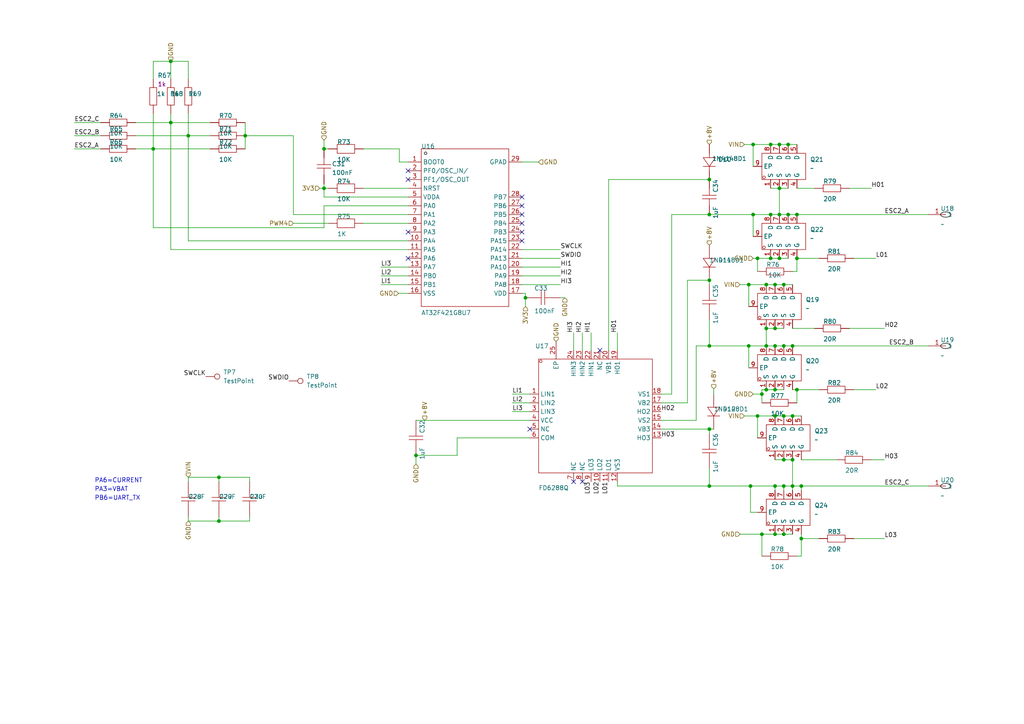
<source format=kicad_sch>
(kicad_sch (version 20250114) (generator "eeschema") (generator_version "9.0")
  (paper "A4")
  (lib_symbols
    (symbol "2_P2-altium-import:root_0_100nf_" (pin_numbers (hide yes)) (pin_names (hide yes))
      (symbol "root_0_100nf__1_0"
        (pin passive line (at -5.08 0 0) (length 2.54) (name "1") (number "1"))
        (pin passive line (at 5.08 0 180) (length 2.54) (name "2") (number "2"))
      )
    )
    (symbol "2_P2-altium-import:root_0_10k_" (pin_numbers (hide yes)) (pin_names (hide yes))
      (symbol "root_0_10k__1_0"
        (pin passive line (at -5.08 0 0) (length 2.54) (name "1") (number "1"))
        (pin passive line (at 5.08 0 180) (length 2.54) (name "2") (number "2"))
      )
    )
    (symbol "2_P2-altium-import:root_0_AT32F421G8U7_"
      (symbol "root_0_AT32F421G8U7__1_0"
        (pin passive line (at -3.81 41.91 0) (length 3.81) (name "BOOT0") (number "1"))
        (pin passive line (at -3.81 39.37 0) (length 3.81) (name "PF0/OSC_IN/") (number "2"))
        (pin passive line (at -3.81 36.83 0) (length 3.81) (name "PF1/OSC_OUT") (number "3"))
        (pin passive line (at -3.81 34.29 0) (length 3.81) (name "NRST") (number "4"))
        (pin passive line (at -3.81 31.75 0) (length 3.81) (name "VDDA") (number "5"))
        (pin passive line (at -3.81 29.21 0) (length 3.81) (name "PA0") (number "6"))
        (pin passive line (at -3.81 26.67 0) (length 3.81) (name "PA1") (number "7"))
        (pin passive line (at -3.81 24.13 0) (length 3.81) (name "PA2") (number "8"))
        (pin passive line (at -3.81 21.59 0) (length 3.81) (name "PA3") (number "9"))
        (pin passive line (at -3.81 19.05 0) (length 3.81) (name "PA4") (number "10"))
        (pin passive line (at -3.81 16.51 0) (length 3.81) (name "PA5") (number "11"))
        (pin passive line (at -3.81 13.97 0) (length 3.81) (name "PA6") (number "12"))
        (pin passive line (at -3.81 11.43 0) (length 3.81) (name "PA7") (number "13"))
        (pin passive line (at -3.81 8.89 0) (length 3.81) (name "PB0") (number "14"))
        (pin passive line (at -3.81 6.35 0) (length 3.81) (name "PB1") (number "15"))
        (pin passive line (at -3.81 3.81 0) (length 3.81) (name "VSS") (number "16"))
        (pin passive line (at 29.21 41.91 180) (length 3.81) (name "GPAD") (number "29"))
        (pin passive line (at 29.21 31.75 180) (length 3.81) (name "PB7") (number "28"))
        (pin passive line (at 29.21 29.21 180) (length 3.81) (name "PB6") (number "27"))
        (pin passive line (at 29.21 26.67 180) (length 3.81) (name "PB5") (number "26"))
        (pin passive line (at 29.21 24.13 180) (length 3.81) (name "PB4") (number "25"))
        (pin passive line (at 29.21 21.59 180) (length 3.81) (name "PB3") (number "24"))
        (pin passive line (at 29.21 19.05 180) (length 3.81) (name "PA15") (number "23"))
        (pin passive line (at 29.21 16.51 180) (length 3.81) (name "PA14") (number "22"))
        (pin passive line (at 29.21 13.97 180) (length 3.81) (name "PA13") (number "21"))
        (pin passive line (at 29.21 11.43 180) (length 3.81) (name "PA10") (number "20"))
        (pin passive line (at 29.21 8.89 180) (length 3.81) (name "PA9") (number "19"))
        (pin passive line (at 29.21 6.35 180) (length 3.81) (name "PA8") (number "18"))
        (pin passive line (at 29.21 3.81 180) (length 3.81) (name "VDD") (number "17"))
      )
    )
    (symbol "2_P2-altium-import:root_0_ESC焊盘_"
      (symbol "root_0_ESC焊盘__1_0"
        (pin passive line (at -5.08 0 0) (length 5.08) (name "1") (number "1"))
      )
    )
    (symbol "2_P2-altium-import:root_0_FD6288Q_3_"
      (symbol "root_0_FD6288Q_3__1_0"
        (pin passive line (at -19.05 6.35 0) (length 2.54) (name "LIN1") (number "1"))
        (pin passive line (at -19.05 3.81 0) (length 2.54) (name "LIN2") (number "2"))
        (pin passive line (at -19.05 1.27 0) (length 2.54) (name "LIN3") (number "3"))
        (pin passive line (at -19.05 -1.27 0) (length 2.54) (name "VCC") (number "4"))
        (pin passive line (at -19.05 -3.81 0) (length 2.54) (name "NC") (number "5"))
        (pin passive line (at -19.05 -6.35 0) (length 2.54) (name "COM") (number "6"))
        (pin passive line (at -11.43 21.59 270) (length 5.08) (name "EP") (number "25"))
        (pin passive line (at -6.35 19.05 270) (length 2.54) (name "HIN3") (number "24"))
        (pin passive line (at -6.35 -19.05 90) (length 2.54) (name "NC") (number "7"))
        (pin passive line (at -3.81 19.05 270) (length 2.54) (name "HIN2") (number "23"))
        (pin passive line (at -3.81 -19.05 90) (length 2.54) (name "NC") (number "8"))
        (pin passive line (at -1.27 19.05 270) (length 2.54) (name "HIN1") (number "22"))
        (pin passive line (at -1.27 -19.05 90) (length 2.54) (name "LO3") (number "9"))
        (pin passive line (at 1.27 19.05 270) (length 2.54) (name "NC") (number "21"))
        (pin passive line (at 1.27 -19.05 90) (length 2.54) (name "LO2") (number "10"))
        (pin passive line (at 3.81 19.05 270) (length 2.54) (name "VB1") (number "20"))
        (pin passive line (at 3.81 -19.05 90) (length 2.54) (name "LO1") (number "11"))
        (pin passive line (at 6.35 19.05 270) (length 2.54) (name "HO1") (number "19"))
        (pin passive line (at 6.35 -19.05 90) (length 2.54) (name "VS3") (number "12"))
        (pin passive line (at 19.05 6.35 180) (length 2.54) (name "VS1") (number "18"))
        (pin passive line (at 19.05 3.81 180) (length 2.54) (name "VB2") (number "17"))
        (pin passive line (at 19.05 1.27 180) (length 2.54) (name "HO2") (number "16"))
        (pin passive line (at 19.05 -1.27 180) (length 2.54) (name "VS2") (number "15"))
        (pin passive line (at 19.05 -3.81 180) (length 2.54) (name "VB3") (number "14"))
        (pin passive line (at 19.05 -6.35 180) (length 2.54) (name "HO3") (number "13"))
      )
    )
    (symbol "2_P2-altium-import:root_0_R0201_3_" (pin_numbers (hide yes)) (pin_names (hide yes))
      (symbol "root_0_R0201_3__1_0"
        (pin passive line (at -5.08 0 0) (length 2.54) (name "1") (number "1"))
        (pin passive line (at 5.08 0 180) (length 2.54) (name "2") (number "2"))
      )
    )
    (symbol "2_P2-altium-import:root_0_R0402_" (pin_numbers (hide yes)) (pin_names (hide yes))
      (symbol "root_0_R0402__1_0"
        (pin passive line (at -5.08 0 0) (length 2.54) (name "1") (number "1"))
        (pin passive line (at 5.08 0 180) (length 2.54) (name "2") (number "2"))
      )
    )
    (symbol "2_P2-altium-import:root_1_100nf_" (pin_numbers (hide yes)) (pin_names (hide yes))
      (symbol "root_1_100nf__1_0"
        (pin passive line (at 0 5.08 270) (length 2.54) (name "2") (number "2"))
        (pin passive line (at 0 -5.08 90) (length 2.54) (name "1") (number "1"))
      )
    )
    (symbol "2_P2-altium-import:root_1_CAP_0805_" (pin_numbers (hide yes)) (pin_names (hide yes))
      (symbol "root_1_CAP_0805__1_0"
        (pin passive line (at 0 5.08 270) (length 2.54) (name "2") (number "2"))
        (pin passive line (at 0 -5.08 90) (length 2.54) (name "1") (number "1"))
      )
    )
    (symbol "2_P2-altium-import:root_1_R0201_3_" (pin_numbers (hide yes)) (pin_names (hide yes))
      (symbol "root_1_R0201_3__1_0"
        (pin passive line (at 0 5.08 270) (length 2.54) (name "2") (number "2"))
        (pin passive line (at 0 -5.08 90) (length 2.54) (name "1") (number "1"))
      )
    )
    (symbol "2_P2-altium-import:root_1_SED3080M_"
      (symbol "root_1_SED3080M__1_0"
        (pin passive line (at -8.89 0 0) (length 2.54) (name "EP") (number "9"))
        (pin passive line (at -3.81 6.35 270) (length 2.54) (name "D") (number "8"))
        (pin passive line (at -3.81 -6.35 90) (length 2.54) (name "S") (number "1"))
        (pin passive line (at -1.27 6.35 270) (length 2.54) (name "D") (number "7"))
        (pin passive line (at -1.27 -6.35 90) (length 2.54) (name "S") (number "2"))
        (pin passive line (at 1.27 6.35 270) (length 2.54) (name "D") (number "6"))
        (pin passive line (at 1.27 -6.35 90) (length 2.54) (name "S") (number "3"))
        (pin passive line (at 3.81 6.35 270) (length 2.54) (name "D") (number "5"))
        (pin passive line (at 3.81 -6.35 90) (length 2.54) (name "G") (number "4"))
      )
    )
    (symbol "2_P2-altium-import:root_1_TPBT4448-1006_" (pin_numbers (hide yes)) (pin_names (hide yes))
      (symbol "root_1_TPBT4448-1006__1_0"
        (pin passive line (at 0 5.08 270) (length 2.54) (name "A") (number "2"))
        (pin passive line (at 0 -5.08 90) (length 2.54) (name "K") (number "1"))
      )
    )
    (symbol "2_P2-altium-import:root_2_1k_" (pin_numbers (hide yes)) (pin_names (hide yes))
      (symbol "root_2_1k__1_0"
        (pin passive line (at -5.08 0 0) (length 2.54) (name "2") (number "2"))
        (pin passive line (at 5.08 0 180) (length 2.54) (name "1") (number "1"))
      )
    )
    (symbol "2_P2-altium-import:root_3_C0402_" (pin_numbers (hide yes)) (pin_names (hide yes))
      (symbol "root_3_C0402__1_0"
        (pin passive line (at 0 5.08 270) (length 2.54) (name "1") (number "1"))
        (pin passive line (at 0 -5.08 90) (length 2.54) (name "2") (number "2"))
      )
    )
    (symbol "Connector:TestPoint" (pin_numbers (hide yes)) (pin_names (offset 0.762) (hide yes))
      (property "Reference" "TP" (at 0 6.858 0))
      (property "Value" "TestPoint" (at 0 5.08 0))
      (symbol "TestPoint_1_1"
        (pin passive line (at 0 0 90) (length 2.54) (name "1") (number "1"))
      )
    )
  )
  (text "PB6=UART_TX" (at 27.432 145.288 0) (effects (font (size 1.27 1.27)) (justify left bottom)))
  (text "PA6=CURRENT" (at 27.432 140.208 0) (effects (font (size 1.27 1.27)) (justify left bottom)))
  (text "PA3=VBAT" (at 27.432 142.748 0) (effects (font (size 1.27 1.27)) (justify left bottom)))
  (junction (at 227.33 133.35))
  (junction (at 120.65 132.08))
  (junction (at 224.79 95.25))
  (junction (at 205.74 62.23))
  (junction (at 205.74 100.33))
  (junction (at 49.53 35.56))
  (junction (at 227.33 100.33))
  (junction (at 223.52 74.93))
  (junction (at 224.79 140.97))
  (junction (at 232.41 156.21))
  (junction (at 205.74 52.07))
  (junction (at 219.71 74.93))
  (junction (at 231.14 74.93))
  (junction (at 231.14 113.03))
  (junction (at 223.52 41.91))
  (junction (at 205.74 124.46))
  (junction (at 71.12 39.37))
  (junction (at 222.25 113.03))
  (junction (at 227.33 120.65))
  (junction (at 63.5 138.43))
  (junction (at 220.98 154.94))
  (junction (at 217.17 100.33))
  (junction (at 217.17 82.55))
  (junction (at 220.98 114.3))
  (junction (at 44.45 43.18))
  (junction (at 224.79 82.55))
  (junction (at 217.678 140.97))
  (junction (at 205.74 81.28))
  (junction (at 49.53 17.78))
  (junction (at 93.98 54.61))
  (junction (at 226.06 54.61))
  (junction (at 224.79 113.03))
  (junction (at 224.79 154.94))
  (junction (at 228.6 41.91))
  (junction (at 227.33 140.97))
  (junction (at 224.79 120.65))
  (junction (at 232.41 140.97))
  (junction (at 223.52 62.23))
  (junction (at 229.87 133.35))
  (junction (at 229.87 120.65))
  (junction (at 229.87 140.97))
  (junction (at 226.06 62.23))
  (junction (at 226.06 74.93))
  (junction (at 229.87 100.33))
  (junction (at 227.33 82.55))
  (junction (at 63.5 151.13))
  (junction (at 219.71 120.65))
  (junction (at 231.14 62.23))
  (junction (at 222.25 82.55))
  (junction (at 226.06 41.91))
  (junction (at 218.44 62.23))
  (junction (at 227.33 154.94))
  (junction (at 152.4 86.36))
  (junction (at 218.44 41.91))
  (junction (at 222.25 100.33))
  (junction (at 228.6 62.23))
  (junction (at 93.98 43.18))
  (junction (at 205.74 140.97))
  (junction (at 54.61 39.37))
  (junction (at 224.79 100.33))
  (junction (at 222.25 95.25))
  (no_connect (at 118.364 49.53))
  (no_connect (at 151.384 67.31))
  (no_connect (at 151.384 62.23))
  (no_connect (at 151.384 57.15))
  (no_connect (at 173.99 101.6))
  (no_connect (at 118.364 67.31))
  (no_connect (at 153.67 124.46))
  (no_connect (at 168.91 139.7))
  (no_connect (at 151.384 64.77))
  (no_connect (at 151.384 59.69))
  (no_connect (at 151.384 69.85))
  (no_connect (at 166.37 139.7))
  (no_connect (at 118.364 52.07))
  (no_connect (at 118.364 74.93))
  (wire (pts (xy 54.61 151.13) (xy 54.61 149.86)))
  (wire (pts (xy 218.44 74.93) (xy 219.71 74.93)))
  (wire (pts (xy 224.79 82.55) (xy 227.33 82.55)))
  (wire (pts (xy 115.824 43.18) (xy 105.41 43.18)))
  (wire (pts (xy 44.45 43.18) (xy 60.96 43.18)))
  (wire (pts (xy 151.384 82.55) (xy 162.56 82.55)))
  (wire (pts (xy 148.59 116.84) (xy 153.67 116.84)))
  (wire (pts (xy 60.96 35.56) (xy 49.53 35.56)))
  (wire (pts (xy 205.74 124.46) (xy 207.01 124.46)))
  (wire (pts (xy 54.61 138.43) (xy 54.61 139.7)))
  (wire (pts (xy 54.61 17.78) (xy 49.53 17.78)))
  (wire (pts (xy 153.67 127) (xy 132.588 127)))
  (wire (pts (xy 227.33 120.65) (xy 229.87 120.65)))
  (wire (pts (xy 54.61 33.02) (xy 54.61 39.37)))
  (wire (pts (xy 247.65 156.21) (xy 256.54 156.21)))
  (wire (pts (xy 44.45 33.02) (xy 44.45 43.18)))
  (wire (pts (xy 215.9 120.65) (xy 219.71 120.65)))
  (wire (pts (xy 110.49 80.01) (xy 118.364 80.01)))
  (wire (pts (xy 39.37 39.37) (xy 54.61 39.37)))
  (wire (pts (xy 217.678 148.59) (xy 219.71 148.59)))
  (wire (pts (xy 191.77 116.84) (xy 199.39 116.84)))
  (wire (pts (xy 218.44 48.26) (xy 218.44 41.91)))
  (wire (pts (xy 105.41 64.77) (xy 118.364 64.77)))
  (wire (pts (xy 118.364 69.85) (xy 54.61 69.85)))
  (wire (pts (xy 229.87 133.35) (xy 229.87 140.97)))
  (wire (pts (xy 201.93 121.92) (xy 201.93 100.33)))
  (wire (pts (xy 217.678 140.97) (xy 224.79 140.97)))
  (wire (pts (xy 93.98 54.61) (xy 95.25 54.61)))
  (wire (pts (xy 205.74 125.73) (xy 205.74 124.46)))
  (wire (pts (xy 49.53 17.78) (xy 49.53 22.86)))
  (wire (pts (xy 218.44 62.23) (xy 218.44 68.58)))
  (wire (pts (xy 205.74 92.71) (xy 205.74 100.33)))
  (wire (pts (xy 120.65 134.62) (xy 120.65 132.08)))
  (wire (pts (xy 120.65 132.08) (xy 132.588 132.08)))
  (wire (pts (xy 231.14 113.03) (xy 231.14 116.84)))
  (wire (pts (xy 232.41 140.97) (xy 269.24 140.97)))
  (wire (pts (xy 168.91 96.52) (xy 168.91 101.6)))
  (wire (pts (xy 151.384 72.39) (xy 162.56 72.39)))
  (wire (pts (xy 199.39 81.28) (xy 199.39 116.84)))
  (wire (pts (xy 93.98 59.69) (xy 118.364 59.69)))
  (wire (pts (xy 29.21 39.37) (xy 21.59 39.37)))
  (wire (pts (xy 105.41 54.61) (xy 118.364 54.61)))
  (wire (pts (xy 232.41 161.29) (xy 231.14 161.29)))
  (wire (pts (xy 227.33 100.33) (xy 229.87 100.33)))
  (wire (pts (xy 223.52 62.23) (xy 226.06 62.23)))
  (wire (pts (xy 227.33 82.55) (xy 229.87 82.55)))
  (wire (pts (xy 218.44 41.91) (xy 223.52 41.91)))
  (wire (pts (xy 227.33 133.35) (xy 229.87 133.35)))
  (wire (pts (xy 115.824 46.99) (xy 115.824 43.18)))
  (wire (pts (xy 247.65 74.93) (xy 254 74.93)))
  (wire (pts (xy 115.57 85.09) (xy 118.364 85.09)))
  (wire (pts (xy 132.588 132.08) (xy 132.588 127)))
  (wire (pts (xy 232.41 156.21) (xy 237.49 156.21)))
  (wire (pts (xy 85.09 39.37) (xy 71.12 39.37)))
  (wire (pts (xy 93.98 57.15) (xy 118.364 57.15)))
  (wire (pts (xy 229.87 95.25) (xy 236.22 95.25)))
  (wire (pts (xy 54.61 151.13) (xy 63.5 151.13)))
  (wire (pts (xy 228.6 54.61) (xy 226.06 54.61)))
  (wire (pts (xy 222.25 82.55) (xy 224.79 82.55)))
  (wire (pts (xy 63.5 138.43) (xy 72.39 138.43)))
  (wire (pts (xy 247.65 113.03) (xy 254 113.03)))
  (wire (pts (xy 201.93 100.33) (xy 205.74 100.33)))
  (wire (pts (xy 93.98 43.18) (xy 95.25 43.18)))
  (wire (pts (xy 232.41 140.97) (xy 232.41 142.24)))
  (wire (pts (xy 110.49 82.55) (xy 118.364 82.55)))
  (wire (pts (xy 224.79 100.33) (xy 227.33 100.33)))
  (wire (pts (xy 163.83 86.36) (xy 162.56 86.36)))
  (wire (pts (xy 71.12 39.37) (xy 70.866 39.37)))
  (wire (pts (xy 205.74 100.33) (xy 217.17 100.33)))
  (wire (pts (xy 220.98 154.94) (xy 220.98 161.29)))
  (wire (pts (xy 54.61 138.43) (xy 63.5 138.43)))
  (wire (pts (xy 171.45 101.6) (xy 171.45 96.52)))
  (wire (pts (xy 21.59 43.18) (xy 29.21 43.18)))
  (wire (pts (xy 223.52 74.93) (xy 226.06 74.93)))
  (wire (pts (xy 222.25 95.25) (xy 224.79 95.25)))
  (wire (pts (xy 224.79 113.03) (xy 227.33 113.03)))
  (wire (pts (xy 191.77 121.92) (xy 201.93 121.92)))
  (wire (pts (xy 229.87 120.65) (xy 232.41 120.65)))
  (wire (pts (xy 214.63 154.94) (xy 220.98 154.94)))
  (wire (pts (xy 217.17 88.9) (xy 217.17 82.55)))
  (wire (pts (xy 49.53 17.78) (xy 44.45 17.78)))
  (wire (pts (xy 217.678 140.97) (xy 217.678 148.59)))
  (wire (pts (xy 93.98 66.04) (xy 44.45 66.04)))
  (wire (pts (xy 207.01 112.776) (xy 207.01 114.3)))
  (wire (pts (xy 226.06 41.91) (xy 228.6 41.91)))
  (wire (pts (xy 205.74 62.23) (xy 218.44 62.23)))
  (wire (pts (xy 228.6 62.23) (xy 231.14 62.23)))
  (wire (pts (xy 152.4 85.09) (xy 152.4 86.36)))
  (wire (pts (xy 191.77 114.3) (xy 194.818 114.3)))
  (wire (pts (xy 224.79 95.25) (xy 227.33 95.25)))
  (wire (pts (xy 231.14 113.03) (xy 237.49 113.03)))
  (wire (pts (xy 93.98 40.64) (xy 93.98 43.18)))
  (wire (pts (xy 223.52 41.91) (xy 226.06 41.91)))
  (wire (pts (xy 222.25 113.03) (xy 224.79 113.03)))
  (wire (pts (xy 215.9 41.91) (xy 218.44 41.91)))
  (wire (pts (xy 218.44 114.3) (xy 220.98 114.3)))
  (wire (pts (xy 231.14 62.23) (xy 269.24 62.23)))
  (wire (pts (xy 227.33 140.97) (xy 224.79 140.97)))
  (wire (pts (xy 49.53 35.56) (xy 49.53 72.39)))
  (wire (pts (xy 229.87 140.97) (xy 229.87 142.24)))
  (wire (pts (xy 227.33 120.65) (xy 224.79 120.65)))
  (wire (pts (xy 217.17 82.55) (xy 222.25 82.55)))
  (wire (pts (xy 219.71 74.93) (xy 223.52 74.93)))
  (wire (pts (xy 49.53 35.56) (xy 49.53 33.02)))
  (wire (pts (xy 231.14 54.61) (xy 236.22 54.61)))
  (wire (pts (xy 229.87 78.74) (xy 231.14 78.74)))
  (wire (pts (xy 222.25 100.33) (xy 224.79 100.33)))
  (wire (pts (xy 219.71 120.65) (xy 219.71 127)))
  (wire (pts (xy 179.07 96.52) (xy 179.07 101.6)))
  (wire (pts (xy 217.17 100.33) (xy 217.17 106.68)))
  (wire (pts (xy 205.74 81.28) (xy 205.74 82.55)))
  (wire (pts (xy 219.71 120.65) (xy 224.79 120.65)))
  (wire (pts (xy 205.74 135.89) (xy 205.74 140.97)))
  (wire (pts (xy 176.53 52.07) (xy 176.53 101.6)))
  (wire (pts (xy 224.79 140.97) (xy 224.79 142.24)))
  (wire (pts (xy 44.45 43.18) (xy 44.45 66.04)))
  (wire (pts (xy 54.61 39.37) (xy 60.96 39.37)))
  (wire (pts (xy 151.384 74.93) (xy 162.56 74.93)))
  (wire (pts (xy 220.98 154.94) (xy 224.79 154.94)))
  (wire (pts (xy 228.6 41.91) (xy 231.14 41.91)))
  (wire (pts (xy 71.12 39.37) (xy 71.12 35.56)))
  (wire (pts (xy 191.77 124.46) (xy 205.74 124.46)))
  (wire (pts (xy 218.44 62.23) (xy 223.52 62.23)))
  (wire (pts (xy 226.06 74.93) (xy 228.6 74.93)))
  (wire (pts (xy 232.41 140.97) (xy 229.87 140.97)))
  (wire (pts (xy 49.53 35.56) (xy 39.37 35.56)))
  (wire (pts (xy 246.38 54.61) (xy 252.73 54.61)))
  (wire (pts (xy 44.45 17.78) (xy 44.45 22.86)))
  (wire (pts (xy 93.98 53.34) (xy 93.98 54.61)))
  (wire (pts (xy 151.384 46.99) (xy 156.21 46.99)))
  (wire (pts (xy 179.07 140.97) (xy 205.74 140.97)))
  (wire (pts (xy 220.98 114.3) (xy 220.98 116.84)))
  (wire (pts (xy 222.25 95.25) (xy 222.25 100.33)))
  (wire (pts (xy 148.59 119.38) (xy 153.67 119.38)))
  (wire (pts (xy 224.79 133.35) (xy 227.33 133.35)))
  (wire (pts (xy 227.33 154.94) (xy 224.79 154.94)))
  (wire (pts (xy 205.74 140.97) (xy 217.678 140.97)))
  (wire (pts (xy 226.06 54.61) (xy 223.52 54.61)))
  (wire (pts (xy 151.384 77.47) (xy 162.56 77.47)))
  (wire (pts (xy 148.59 114.3) (xy 153.67 114.3)))
  (wire (pts (xy 227.33 140.97) (xy 227.33 142.24)))
  (wire (pts (xy 71.12 43.18) (xy 71.12 39.37)))
  (wire (pts (xy 214.63 82.55) (xy 217.17 82.55)))
  (wire (pts (xy 110.49 77.47) (xy 118.364 77.47)))
  (wire (pts (xy 232.41 156.21) (xy 232.41 161.29)))
  (wire (pts (xy 246.38 95.25) (xy 256.54 95.25)))
  (wire (pts (xy 232.41 154.94) (xy 232.41 156.21)))
  (wire (pts (xy 166.37 96.52) (xy 166.37 101.6)))
  (wire (pts (xy 226.06 54.61) (xy 226.06 62.23)))
  (wire (pts (xy 93.98 54.61) (xy 93.98 57.15)))
  (wire (pts (xy 93.98 59.69) (xy 93.98 66.04)))
  (wire (pts (xy 63.5 149.86) (xy 63.5 151.13)))
  (wire (pts (xy 152.4 85.09) (xy 151.384 85.09)))
  (wire (pts (xy 229.87 113.03) (xy 231.14 113.03)))
  (wire (pts (xy 199.39 81.28) (xy 205.74 81.28)))
  (wire (pts (xy 118.364 62.23) (xy 85.09 62.23)))
  (wire (pts (xy 217.17 100.33) (xy 222.25 100.33)))
  (wire (pts (xy 118.364 72.39) (xy 49.53 72.39)))
  (wire (pts (xy 120.65 121.92) (xy 153.67 121.92)))
  (wire (pts (xy 194.818 62.23) (xy 194.818 114.3)))
  (wire (pts (xy 256.54 133.35) (xy 252.73 133.35)))
  (wire (pts (xy 226.06 62.23) (xy 228.6 62.23)))
  (wire (pts (xy 72.39 138.43) (xy 72.39 139.7)))
  (wire (pts (xy 229.87 140.97) (xy 227.33 140.97)))
  (wire (pts (xy 93.98 54.61) (xy 92.71 54.61)))
  (wire (pts (xy 229.87 100.33) (xy 269.24 100.33)))
  (wire (pts (xy 194.818 62.23) (xy 205.74 62.23)))
  (wire (pts (xy 54.61 17.78) (xy 54.61 22.86)))
  (wire (pts (xy 44.45 43.18) (xy 39.37 43.18)))
  (wire (pts (xy 222.25 113.03) (xy 220.98 113.03)))
  (wire (pts (xy 54.61 39.37) (xy 54.61 69.85)))
  (wire (pts (xy 176.53 52.07) (xy 205.74 52.07)))
  (wire (pts (xy 63.5 138.43) (xy 63.5 139.7)))
  (wire (pts (xy 63.5 151.13) (xy 72.39 151.13)))
  (wire (pts (xy 220.98 113.03) (xy 220.98 114.3)))
  (wire (pts (xy 231.14 78.74) (xy 231.14 74.93)))
  (wire (pts (xy 118.364 46.99) (xy 115.824 46.99)))
  (wire (pts (xy 72.39 151.13) (xy 72.39 149.86)))
  (wire (pts (xy 152.4 86.36) (xy 152.4 88.9)))
  (wire (pts (xy 85.09 64.77) (xy 95.25 64.77)))
  (wire (pts (xy 219.71 74.93) (xy 219.71 78.74)))
  (wire (pts (xy 231.14 74.93) (xy 237.49 74.93)))
  (wire (pts (xy 85.09 62.23) (xy 85.09 39.37)))
  (wire (pts (xy 232.41 133.35) (xy 242.57 133.35)))
  (wire (pts (xy 179.07 139.7) (xy 179.07 140.97)))
  (wire (pts (xy 21.59 35.56) (xy 29.21 35.56)))
  (wire (pts (xy 229.87 154.94) (xy 227.33 154.94)))
  (wire (pts (xy 151.384 80.01) (xy 162.56 80.01)))
  (label "LI3" (at 110.49 77.47 0))
  (label "SWCLK" (at 162.56 72.39 0))
  (label "H02" (at 191.77 119.38 0))
  (label "L01" (at 254 74.93 0))
  (label "HI2" (at 168.91 96.52 90))
  (label "HI3" (at 166.37 96.52 90))
  (label "ESC2_A" (at 21.59 43.18 0))
  (label "HI3" (at 162.56 82.55 0))
  (label "ESC2_B" (at 21.59 39.37 0))
  (label "HI1" (at 162.56 77.47 0))
  (label "L03" (at 256.54 156.21 0))
  (label "ESC2_A" (at 256.54 62.23 0))
  (label "ESC2_C" (at 21.59 35.56 0))
  (label "LI1" (at 110.49 82.55 0))
  (label "LI3" (at 148.59 119.38 0))
  (label "H02" (at 256.54 95.25 0))
  (label "L02" (at 254 113.03 0))
  (label "LI1" (at 148.59 114.3 0))
  (label "H01" (at 252.73 54.61 0))
  (label "HI2" (at 162.56 80.01 0))
  (label "LI2" (at 148.59 116.84 0))
  (label "L03" (at 171.45 139.7 270))
  (label "LI2" (at 110.49 80.01 0))
  (label "ESC2_B" (at 257.81 100.33 0))
  (label "SWCLK" (at 59.69 109.22 180))
  (label "L02" (at 173.99 139.7 270))
  (label "SWDIO" (at 162.56 74.93 0))
  (label "L01" (at 176.53 139.7 270))
  (label "H03" (at 256.54 133.35 0))
  (label "HI1" (at 171.45 96.52 90))
  (label "SWDIO" (at 83.82 110.49 180))
  (label "H01" (at 179.07 96.52 90))
  (label "ESC2_C" (at 256.54 140.97 0))
  (label "H03" (at 191.77 127 0))
  (hierarchical_label "GND" (shape input) (at 156.21 46.99 0))
  (hierarchical_label "+8V" (shape input) (at 205.74 71.12 90))
  (hierarchical_label "3V3" (shape input) (at 92.71 54.61 180))
  (hierarchical_label "VIN" (shape input) (at 215.9 120.65 180))
  (hierarchical_label "GND" (shape input) (at 115.57 85.09 180))
  (hierarchical_label "+8V" (shape input) (at 207.01 112.776 90))
  (hierarchical_label "GND" (shape input) (at 93.98 40.64 90))
  (hierarchical_label "+8V" (shape input) (at 205.74 41.91 90))
  (hierarchical_label "GND" (shape input) (at 161.29 99.06 90))
  (hierarchical_label "GND" (shape input) (at 120.65 134.62 270))
  (hierarchical_label "+8V" (shape input) (at 123.19 121.92 90))
  (hierarchical_label "GND" (shape input) (at 163.83 86.36 270))
  (hierarchical_label "GND" (shape input) (at 218.44 114.3 180))
  (hierarchical_label "VIN" (shape input) (at 54.61 138.43 90))
  (hierarchical_label "VIN" (shape input) (at 215.9 41.91 180))
  (hierarchical_label "GND" (shape input) (at 218.44 74.93 180))
  (hierarchical_label "PWM4" (shape input) (at 85.09 64.77 180))
  (hierarchical_label "GND" (shape input) (at 214.63 154.94 180))
  (hierarchical_label "GND" (shape input) (at 49.53 17.78 90))
  (hierarchical_label "3V3" (shape input) (at 152.4 88.9 270))
  (hierarchical_label "GND" (shape input) (at 54.61 151.13 270))
  (hierarchical_label "VIN" (shape input) (at 214.63 82.55 180))
  (symbol (lib_id "2_P2-altium-import:root_3_C0402_") (at 120.65 127 0) (unit 1)
    (property "Reference" "C32" (at 123.19 125.73 90) (effects (justify left bottom)))
    (property "Value" "1uF" (at 123.19 133.35 90) (effects (justify left bottom)))
    (property "Footprint" "lcsc:C0201" (effects (hide yes)))
    (property "SYMBOL" "CapAcitance_1" (effects (hide yes)))
    (property "DEVICE" "C0402" (effects (hide yes)))
    (property "CONVERT TO PCB" "yes" (effects (hide yes)))
    (property "ADD INTO BOM" "yes" (effects (hide yes)))
    (property "SUPPLIER FOOTPRINT" "0402" (effects (hide yes)))
    (property "ALTIUM_VALUE" "1uF" (effects (hide yes)))
    (property "SUPPLIER PART" "C76935" (effects (hide yes)))
    (property "CHECK" "false" (effects (hide yes)))
  )
  (symbol (lib_id "2_P2-altium-import:root_1_TPBT4448-1006_") (at 205.74 46.99 0) (unit 1)
    (property "Reference" "D10" (at 208.28 46.99 0) (effects (justify left bottom)))
    (property "Value" "1N4148D1" (at 206.502 46.736 0) (effects (justify left bottom)))
    (property "Footprint" "lcsc:DFN1006-2L-RD" (effects (hide yes)))
    (property "SYMBOL" "TPBT4448-1006" (effects (hide yes)))
    (property "DEVICE" "TPBT4448-1006" (effects (hide yes)))
    (property "SUPPLIER PART" "C970035" (effects (hide yes)))
    (property "ADD INTO BOM" "yes" (effects (hide yes)))
    (property "CONVERT TO PCB" "yes" (effects (hide yes)))
    (property "POWER DISSIPATION" "-" (effects (hide yes)))
    (property "OPERATING TEMPERATURE" "-" (effects (hide yes)))
  )
  (symbol (lib_id "2_P2-altium-import:root_0_R0201_3_") (at 34.29 35.56 0) (unit 1)
    (property "Reference" "R64" (at 31.75 34.29 0) (effects (justify left bottom)))
    (property "Value" "10K" (at 31.75 39.37 0) (effects (justify left bottom)))
    (property "Footprint" "lcsc:R0201" (effects (hide yes)))
    (property "SYMBOL" "电阻_2" (effects (hide yes)))
    (property "DEVICE" "R0201_3" (effects (hide yes)))
    (property "CONVERT TO PCB" "yes" (effects (hide yes)))
    (property "ADD INTO BOM" "yes" (effects (hide yes)))
    (property "SUPPLIER FOOTPRINT" "0201" (effects (hide yes)))
    (property "ALTIUM_VALUE" "10K" (effects (hide yes)))
    (property "CHECK" "false" (effects (hide yes)))
  )
  (symbol (lib_id "2_P2-altium-import:root_1_R0201_3_") (at 44.45 27.94 0) (unit 1)
    (property "Reference" "R67" (at 45.72 22.606 0) (effects (justify left bottom)))
    (property "Value" "1k" (at 45.466 27.94 0) (effects (justify left bottom)))
    (property "Footprint" "lcsc:R0201" (effects (hide yes)))
    (property "SYMBOL" "电阻_2" (effects (hide yes)))
    (property "DEVICE" "R0201_3" (effects (hide yes)))
    (property "CONVERT TO PCB" "yes" (effects (hide yes)))
    (property "ADD INTO BOM" "yes" (effects (hide yes)))
    (property "SUPPLIER FOOTPRINT" "0201" (effects (hide yes)))
    (property "ALTIUM_VALUE" "1k" (at 45.72 25.146 0) (effects (justify left bottom)))
    (property "CHECK" "false" (effects (hide yes)))
  )
  (symbol (lib_id "2_P2-altium-import:root_1_CAP_0805_") (at 63.5 144.78 0) (unit 1)
    (property "Reference" "C29" (at 63.5 144.78 0) (effects (justify left bottom)))
    (property "Value" "22uF" (at 63.5 144.78 0) (effects (justify left bottom)))
    (property "Footprint" "lcsc:C0805" (effects (hide yes)))
    (property "SYMBOL" "CapAcitance_1" (effects (hide yes)))
    (property "DEVICE" "CAP_0805" (effects (hide yes)))
    (property "CONVERT TO PCB" "yes" (effects (hide yes)))
    (property "ADD INTO BOM" "yes" (effects (hide yes)))
    (property "SUPPLIER FOOTPRINT" "0805" (effects (hide yes)))
    (property "ALTIUM_VALUE" "22uF" (effects (hide yes)))
  )
  (symbol (lib_id "2_P2-altium-import:root_3_C0402_") (at 205.74 57.15 0) (unit 1)
    (property "Reference" "C34" (at 208.28 55.88 90) (effects (justify left bottom)))
    (property "Value" "1uF" (at 208.28 63.5 90) (effects (justify left bottom)))
    (property "Footprint" "lcsc:C0201" (effects (hide yes)))
    (property "SYMBOL" "CapAcitance_1" (effects (hide yes)))
    (property "DEVICE" "C0402" (effects (hide yes)))
    (property "CONVERT TO PCB" "yes" (effects (hide yes)))
    (property "ADD INTO BOM" "yes" (effects (hide yes)))
    (property "SUPPLIER FOOTPRINT" "0402" (effects (hide yes)))
    (property "ALTIUM_VALUE" "1uF" (effects (hide yes)))
    (property "CHECK" "false" (effects (hide yes)))
  )
  (symbol (lib_id "2_P2-altium-import:root_1_CAP_0805_") (at 72.39 144.78 0) (unit 1)
    (property "Reference" "C30" (at 72.39 144.78 0) (effects (justify left bottom)))
    (property "Value" "22uF" (at 72.39 144.78 0) (effects (justify left bottom)))
    (property "Footprint" "lcsc:C0805" (effects (hide yes)))
    (property "SYMBOL" "CapAcitance_1" (effects (hide yes)))
    (property "DEVICE" "CAP_0805" (effects (hide yes)))
    (property "CONVERT TO PCB" "yes" (effects (hide yes)))
    (property "ADD INTO BOM" "yes" (effects (hide yes)))
    (property "SUPPLIER FOOTPRINT" "0805" (effects (hide yes)))
    (property "ALTIUM_VALUE" "22uF" (effects (hide yes)))
  )
  (symbol (lib_id "2_P2-altium-import:root_0_10k_") (at 100.33 43.18 0) (unit 1)
    (property "Reference" "R73" (at 97.79 41.91 0) (effects (justify left bottom)))
    (property "Value" "10K" (at 97.79 46.99 0) (effects (justify left bottom)))
    (property "Footprint" "lcsc:R0201" (effects (hide yes)))
    (property "SYMBOL" "10k" (effects (hide yes)))
    (property "DEVICE" "10k" (effects (hide yes)))
    (property "CONVERT TO PCB" "yes" (effects (hide yes)))
    (property "ADD INTO BOM" "yes" (effects (hide yes)))
    (property "ORIGIN FOOTPRINT" "0402-RSE" (effects (hide yes)))
    (property "NAMEALIAS" "Value(Ω)" (effects (hide yes)))
    (property "CONTRIBUTOR" "LCEDA_Lib" (effects (hide yes)))
    (property "SPICEPRE" "R" (effects (hide yes)))
    (property "SPICESYMBOLNAME" "R_0402_EU" (effects (hide yes)))
  )
  (symbol (lib_id "2_P2-altium-import:root_0_R0402_") (at 242.57 156.21 0) (unit 1)
    (property "Reference" "R83" (at 240.03 154.94 0) (effects (justify left bottom)))
    (property "Value" "20R" (at 240.03 160.02 0) (effects (justify left bottom)))
    (property "Footprint" "lcsc:R0201" (effects (hide yes)))
    (property "SYMBOL" "电阻_2" (effects (hide yes)))
    (property "DEVICE" "R0402" (effects (hide yes)))
    (property "ADD INTO BOM" "yes" (effects (hide yes)))
    (property "CONVERT TO PCB" "yes" (effects (hide yes)))
    (property "SUPPLIER FOOTPRINT" "0402" (effects (hide yes)))
    (property "ALTIUM_VALUE" "20R" (effects (hide yes)))
    (property "CHECK" "false" (effects (hide yes)))
  )
  (symbol (lib_id "2_P2-altium-import:root_0_R0402_") (at 242.57 74.93 0) (unit 1)
    (property "Reference" "R81" (at 240.03 73.66 0) (effects (justify left bottom)))
    (property "Value" "20R" (at 240.03 78.74 0) (effects (justify left bottom)))
    (property "Footprint" "lcsc:R0201" (effects (hide yes)))
    (property "SYMBOL" "电阻_2" (effects (hide yes)))
    (property "DEVICE" "R0402" (effects (hide yes)))
    (property "ADD INTO BOM" "yes" (effects (hide yes)))
    (property "CONVERT TO PCB" "yes" (effects (hide yes)))
    (property "SUPPLIER FOOTPRINT" "0402" (effects (hide yes)))
    (property "ALTIUM_VALUE" "20R" (effects (hide yes)))
    (property "CHECK" "false" (effects (hide yes)))
  )
  (symbol (lib_id "2_P2-altium-import:root_1_SED3080M_") (at 227.33 48.26 0) (unit 1)
    (property "Reference" "Q21" (at 234.95 46.99 0) (effects (justify left bottom)))
    (property "Value" "~" (at 234.95 49.53 0) (effects (justify left bottom)))
    (property "Footprint" "lcsc:DFN-8_L3.0-W3.0-P0.65-BL" (effects (hide yes)))
    (property "SYMBOL" "SED3080M" (effects (hide yes)))
    (property "DEVICE" "SED3080M" (effects (hide yes)))
    (property "LCSC PART NAME" "N沟道 30V 80A" (effects (hide yes)))
    (property "SUPPLIER PART" "C17702946" (effects (hide yes)))
    (property "SUPPLIER FOOTPRINT" "DFN 3x3" (effects (hide yes)))
    (property "JLCPCB PART CLASS" "扩展库" (effects (hide yes)))
    (property "DATASHEET" "https://atta.szlcsc.com/upload/public/pdf/source/20180713/C238667_532A6CBA57821AB07A742C5DFB205B0F.pdf" (effects (hide yes)))
    (property "ADD INTO BOM" "yes" (effects (hide yes)))
    (property "CONVERT TO PCB" "yes" (effects (hide yes)))
    (property "TYPE" "N沟道" (effects (hide yes)))
    (property "DRAIN SOURCE VOLTAGE (VDSS)" "30V" (effects (hide yes)))
    (property "CONTINUOUS DRAIN CURRENT (ID)" "80A" (effects (hide yes)))
    (property "POWER DISSIPATION (PD)" "83W" (effects (hide yes)))
    (property "DRAIN SOURCE ON RESISTANCE (RDS(ON)@VGS,ID)" "6.5mΩ@10V,25A" (effects (hide yes)))
    (property "GATE THRESHOLD VOLTAGE (VGS(TH)@ID)" "3V@250uA" (effects (hide yes)))
    (property "CHECK" "false" (effects (hide yes)))
  )
  (symbol (lib_id "2_P2-altium-import:root_2_1k_") (at 100.33 64.77 0) (unit 1)
    (property "Reference" "R75" (at 97.79 63.5 0) (effects (justify left bottom)))
    (property "Value" "1K" (at 97.79 68.58 0) (effects (justify left bottom)))
    (property "Footprint" "lcsc:R0201" (effects (hide yes)))
    (property "SYMBOL" "1k" (effects (hide yes)))
    (property "DEVICE" "1k" (effects (hide yes)))
    (property "CONVERT TO PCB" "yes" (effects (hide yes)))
    (property "ADD INTO BOM" "yes" (effects (hide yes)))
    (property "ORIGIN FOOTPRINT" "0402-RSE" (effects (hide yes)))
    (property "NAMEALIAS" "Value(Ω)" (effects (hide yes)))
    (property "CONTRIBUTOR" "LCEDA_Lib" (effects (hide yes)))
    (property "SPICEPRE" "R" (effects (hide yes)))
    (property "SPICESYMBOLNAME" "R_0402_EU" (effects (hide yes)))
  )
  (symbol (lib_id "2_P2-altium-import:root_1_SED3080M_") (at 227.33 68.58 0) (unit 1)
    (property "Reference" "Q22" (at 234.95 67.31 0) (effects (justify left bottom)))
    (property "Value" "~" (at 234.95 69.85 0) (effects (justify left bottom)))
    (property "Footprint" "lcsc:DFN-8_L3.0-W3.0-P0.65-BL" (effects (hide yes)))
    (property "SYMBOL" "SED3080M" (effects (hide yes)))
    (property "DEVICE" "SED3080M" (effects (hide yes)))
    (property "LCSC PART NAME" "N沟道 30V 80A" (effects (hide yes)))
    (property "SUPPLIER PART" "C17702946" (effects (hide yes)))
    (property "SUPPLIER FOOTPRINT" "DFN 3x3" (effects (hide yes)))
    (property "JLCPCB PART CLASS" "扩展库" (effects (hide yes)))
    (property "DATASHEET" "https://atta.szlcsc.com/upload/public/pdf/source/20180713/C238667_532A6CBA57821AB07A742C5DFB205B0F.pdf" (effects (hide yes)))
    (property "ADD INTO BOM" "yes" (effects (hide yes)))
    (property "CONVERT TO PCB" "yes" (effects (hide yes)))
    (property "TYPE" "N沟道" (effects (hide yes)))
    (property "DRAIN SOURCE VOLTAGE (VDSS)" "30V" (effects (hide yes)))
    (property "CONTINUOUS DRAIN CURRENT (ID)" "80A" (effects (hide yes)))
    (property "POWER DISSIPATION (PD)" "83W" (effects (hide yes)))
    (property "DRAIN SOURCE ON RESISTANCE (RDS(ON)@VGS,ID)" "6.5mΩ@10V,25A" (effects (hide yes)))
    (property "GATE THRESHOLD VOLTAGE (VGS(TH)@ID)" "3V@250uA" (effects (hide yes)))
    (property "CHECK" "false" (effects (hide yes)))
  )
  (symbol (lib_id "2_P2-altium-import:root_1_100nf_") (at 93.98 48.26 0) (unit 1)
    (property "Reference" "C31" (at 96.266 48.26 0) (effects (justify left bottom)))
    (property "Value" "100nF" (at 96.266 50.8 0) (effects (justify left bottom)))
    (property "Footprint" "lcsc:C0201" (effects (hide yes)))
    (property "SYMBOL" "100nf" (effects (hide yes)))
    (property "DEVICE" "100nf" (effects (hide yes)))
    (property "CONVERT TO PCB" "yes" (effects (hide yes)))
    (property "ADD INTO BOM" "yes" (effects (hide yes)))
    (property "ORIGIN FOOTPRINT" "0402-CAP" (effects (hide yes)))
    (property "NAMEALIAS" "Value(F)" (effects (hide yes)))
    (property "CONTRIBUTOR" "LCEDA_Lib" (effects (hide yes)))
    (property "SPICEPRE" "C" (effects (hide yes)))
    (property "SPICESYMBOLNAME" "C_0603_US" (effects (hide yes)))
  )
  (symbol (lib_id "2_P2-altium-import:root_1_TPBT4448-1006_") (at 205.74 76.2 0) (unit 1)
    (property "Reference" "D11" (at 208.28 76.2 0) (effects (justify left bottom)))
    (property "Value" "1N4148D1" (at 205.74 76.2 0) (effects (justify left bottom)))
    (property "Footprint" "lcsc:DFN1006-2L-RD" (effects (hide yes)))
    (property "SYMBOL" "TPBT4448-1006" (effects (hide yes)))
    (property "DEVICE" "TPBT4448-1006" (effects (hide yes)))
    (property "SUPPLIER PART" "C970035" (effects (hide yes)))
    (property "ADD INTO BOM" "yes" (effects (hide yes)))
    (property "CONVERT TO PCB" "yes" (effects (hide yes)))
    (property "POWER DISSIPATION" "-" (effects (hide yes)))
    (property "OPERATING TEMPERATURE" "-" (effects (hide yes)))
  )
  (symbol (lib_id "2_P2-altium-import:root_0_R0201_3_") (at 66.04 43.18 0) (unit 1)
    (property "Reference" "R72" (at 63.5 41.91 0) (effects (justify left bottom)))
    (property "Value" "10K" (at 63.5 46.99 0) (effects (justify left bottom)))
    (property "Footprint" "lcsc:R0201" (effects (hide yes)))
    (property "SYMBOL" "电阻_2" (effects (hide yes)))
    (property "DEVICE" "R0201_3" (effects (hide yes)))
    (property "CONVERT TO PCB" "yes" (effects (hide yes)))
    (property "ADD INTO BOM" "yes" (effects (hide yes)))
    (property "SUPPLIER FOOTPRINT" "0201" (effects (hide yes)))
    (property "ALTIUM_VALUE" "10K" (effects (hide yes)))
    (property "CHECK" "false" (effects (hide yes)))
  )
  (symbol (lib_id "Connector:TestPoint") (at 59.69 109.22 270) (unit 1)
    (property "Reference" "TP7" (at 64.77 107.9499 90) (effects (justify left)))
    (property "Value" "TestPoint" (at 64.77 110.4899 90) (effects (justify left)))
    (property "Footprint" "TestPoint:TestPoint_Pad_D1.5mm" (effects (hide yes)))
    (property "Description" "test point" (effects (hide yes)))
  )
  (symbol (lib_id "2_P2-altium-import:root_1_R0201_3_") (at 49.53 27.94 0) (unit 1)
    (property "Reference" "R68" (at 49.276 27.94 0) (effects (justify left bottom)))
    (property "Value" "1k" (at 49.53 27.94 0) (effects (justify left bottom)))
    (property "Footprint" "lcsc:R0201" (effects (hide yes)))
    (property "SYMBOL" "电阻_2" (effects (hide yes)))
    (property "DEVICE" "R0201_3" (effects (hide yes)))
    (property "CONVERT TO PCB" "yes" (effects (hide yes)))
    (property "ADD INTO BOM" "yes" (effects (hide yes)))
    (property "SUPPLIER FOOTPRINT" "0201" (effects (hide yes)))
    (property "ALTIUM_VALUE" "1k" (effects (hide yes)))
    (property "CHECK" "false" (effects (hide yes)))
  )
  (symbol (lib_id "2_P2-altium-import:root_0_R0201_3_") (at 34.29 39.37 0) (unit 1)
    (property "Reference" "R65" (at 31.75 38.1 0) (effects (justify left bottom)))
    (property "Value" "10K" (at 31.75 43.18 0) (effects (justify left bottom)))
    (property "Footprint" "lcsc:R0201" (effects (hide yes)))
    (property "SYMBOL" "电阻_2" (effects (hide yes)))
    (property "DEVICE" "R0201_3" (effects (hide yes)))
    (property "CONVERT TO PCB" "yes" (effects (hide yes)))
    (property "ADD INTO BOM" "yes" (effects (hide yes)))
    (property "SUPPLIER FOOTPRINT" "0201" (effects (hide yes)))
    (property "ALTIUM_VALUE" "10K" (effects (hide yes)))
    (property "CHECK" "false" (effects (hide yes)))
  )
  (symbol (lib_id "2_P2-altium-import:root_1_SED3080M_") (at 226.06 88.9 0) (unit 1)
    (property "Reference" "Q19" (at 233.68 87.63 0) (effects (justify left bottom)))
    (property "Value" "~" (at 233.68 90.17 0) (effects (justify left bottom)))
    (property "Footprint" "lcsc:DFN-8_L3.0-W3.0-P0.65-BL" (effects (hide yes)))
    (property "SYMBOL" "SED3080M" (effects (hide yes)))
    (property "DEVICE" "SED3080M" (effects (hide yes)))
    (property "LCSC PART NAME" "N沟道 30V 80A" (effects (hide yes)))
    (property "SUPPLIER PART" "C17702946" (effects (hide yes)))
    (property "SUPPLIER FOOTPRINT" "DFN 3x3" (effects (hide yes)))
    (property "JLCPCB PART CLASS" "扩展库" (effects (hide yes)))
    (property "DATASHEET" "https://atta.szlcsc.com/upload/public/pdf/source/20180713/C238667_532A6CBA57821AB07A742C5DFB205B0F.pdf" (effects (hide yes)))
    (property "ADD INTO BOM" "yes" (effects (hide yes)))
    (property "CONVERT TO PCB" "yes" (effects (hide yes)))
    (property "TYPE" "N沟道" (effects (hide yes)))
    (property "DRAIN SOURCE VOLTAGE (VDSS)" "30V" (effects (hide yes)))
    (property "CONTINUOUS DRAIN CURRENT (ID)" "80A" (effects (hide yes)))
    (property "POWER DISSIPATION (PD)" "83W" (effects (hide yes)))
    (property "DRAIN SOURCE ON RESISTANCE (RDS(ON)@VGS,ID)" "6.5mΩ@10V,25A" (effects (hide yes)))
    (property "GATE THRESHOLD VOLTAGE (VGS(TH)@ID)" "3V@250uA" (effects (hide yes)))
    (property "CHECK" "false" (effects (hide yes)))
  )
  (symbol (lib_id "2_P2-altium-import:root_0_R0201_3_") (at 241.3 54.61 0) (unit 1)
    (property "Reference" "R79" (at 238.76 53.34 0) (effects (justify left bottom)))
    (property "Value" "20R" (at 238.76 58.42 0) (effects (justify left bottom)))
    (property "Footprint" "lcsc:R0201" (effects (hide yes)))
    (property "SYMBOL" "电阻_2" (effects (hide yes)))
    (property "DEVICE" "R0201_3" (effects (hide yes)))
    (property "CONVERT TO PCB" "yes" (effects (hide yes)))
    (property "ADD INTO BOM" "yes" (effects (hide yes)))
    (property "SUPPLIER FOOTPRINT" "0201" (effects (hide yes)))
    (property "ALTIUM_VALUE" "20R" (effects (hide yes)))
    (property "CHECK" "false" (effects (hide yes)))
  )
  (symbol (lib_id "2_P2-altium-import:root_0_R0201_3_") (at 34.29 43.18 0) (unit 1)
    (property "Reference" "R66" (at 31.75 41.91 0) (effects (justify left bottom)))
    (property "Value" "10K" (at 31.75 46.99 0) (effects (justify left bottom)))
    (property "Footprint" "lcsc:R0201" (effects (hide yes)))
    (property "SYMBOL" "电阻_2" (effects (hide yes)))
    (property "DEVICE" "R0201_3" (effects (hide yes)))
    (property "CONVERT TO PCB" "yes" (effects (hide yes)))
    (property "ADD INTO BOM" "yes" (effects (hide yes)))
    (property "SUPPLIER FOOTPRINT" "0201" (effects (hide yes)))
    (property "ALTIUM_VALUE" "10K" (effects (hide yes)))
    (property "CHECK" "false" (effects (hide yes)))
  )
  (symbol (lib_id "2_P2-altium-import:root_0_AT32F421G8U7_") (at 122.174 88.9 0) (unit 1)
    (property "Reference" "U16" (at 122.174 43.18 0) (effects (justify left bottom)))
    (property "Value" "AT32F421G8U7" (at 122.174 91.44 0) (effects (justify left bottom)))
    (property "Footprint" "lcsc:QFN-28_L4.0-W4.0-P0.40-TL-EP2.4" (effects (hide yes)))
    (property "SYMBOL" "AT32F421G8U7" (effects (hide yes)))
    (property "DEVICE" "AT32F421G8U7" (effects (hide yes)))
    (property "SUPPLIER" "ARTERY" (effects (hide yes)))
    (property "CONVERT TO PCB" "yes" (effects (hide yes)))
    (property "ADD INTO BOM" "yes" (effects (hide yes)))
    (property "ORIGIN FOOTPRINT" "QFN-28_L4.0-W4.0-P0.40-TL-EP2.4" (effects (hide yes)))
    (property "CONTRIBUTOR" "jikipcb" (effects (hide yes)))
    (property "SPICEPRE" "U" (effects (hide yes)))
    (property "SPICESYMBOLNAME" "AT32F421G8U7" (effects (hide yes)))
  )
  (symbol (lib_id "2_P2-altium-import:root_1_SED3080M_") (at 228.6 127 0) (unit 1)
    (property "Reference" "Q23" (at 236.22 125.73 0) (effects (justify left bottom)))
    (property "Value" "~" (at 236.22 128.27 0) (effects (justify left bottom)))
    (property "Footprint" "lcsc:DFN-8_L3.0-W3.0-P0.65-BL" (effects (hide yes)))
    (property "SYMBOL" "SED3080M" (effects (hide yes)))
    (property "DEVICE" "SED3080M" (effects (hide yes)))
    (property "LCSC PART NAME" "N沟道 30V 80A" (effects (hide yes)))
    (property "SUPPLIER PART" "C17702946" (effects (hide yes)))
    (property "SUPPLIER FOOTPRINT" "DFN 3x3" (effects (hide yes)))
    (property "JLCPCB PART CLASS" "扩展库" (effects (hide yes)))
    (property "DATASHEET" "https://atta.szlcsc.com/upload/public/pdf/source/20180713/C238667_532A6CBA57821AB07A742C5DFB205B0F.pdf" (effects (hide yes)))
    (property "ADD INTO BOM" "yes" (effects (hide yes)))
    (property "CONVERT TO PCB" "yes" (effects (hide yes)))
    (property "TYPE" "N沟道" (effects (hide yes)))
    (property "DRAIN SOURCE VOLTAGE (VDSS)" "30V" (effects (hide yes)))
    (property "CONTINUOUS DRAIN CURRENT (ID)" "80A" (effects (hide yes)))
    (property "POWER DISSIPATION (PD)" "83W" (effects (hide yes)))
    (property "DRAIN SOURCE ON RESISTANCE (RDS(ON)@VGS,ID)" "6.5mΩ@10V,25A" (effects (hide yes)))
    (property "GATE THRESHOLD VOLTAGE (VGS(TH)@ID)" "3V@250uA" (effects (hide yes)))
    (property "CHECK" "false" (effects (hide yes)))
  )
  (symbol (lib_id "2_P2-altium-import:root_3_C0402_") (at 205.74 87.63 0) (unit 1)
    (property "Reference" "C35" (at 208.28 86.36 90) (effects (justify left bottom)))
    (property "Value" "1uF" (at 208.28 93.98 90) (effects (justify left bottom)))
    (property "Footprint" "lcsc:C0201" (effects (hide yes)))
    (property "SYMBOL" "CapAcitance_1" (effects (hide yes)))
    (property "DEVICE" "C0402" (effects (hide yes)))
    (property "CONVERT TO PCB" "yes" (effects (hide yes)))
    (property "ADD INTO BOM" "yes" (effects (hide yes)))
    (property "SUPPLIER FOOTPRINT" "0402" (effects (hide yes)))
    (property "ALTIUM_VALUE" "1uF" (effects (hide yes)))
    (property "CHECK" "false" (effects (hide yes)))
  )
  (symbol (lib_id "2_P2-altium-import:root_0_R0201_3_") (at 241.3 95.25 0) (unit 1)
    (property "Reference" "R80" (at 238.76 93.98 0) (effects (justify left bottom)))
    (property "Value" "20R" (at 238.76 99.06 0) (effects (justify left bottom)))
    (property "Footprint" "lcsc:R0201" (effects (hide yes)))
    (property "SYMBOL" "电阻_2" (effects (hide yes)))
    (property "DEVICE" "R0201_3" (effects (hide yes)))
    (property "CONVERT TO PCB" "yes" (effects (hide yes)))
    (property "ADD INTO BOM" "yes" (effects (hide yes)))
    (property "SUPPLIER FOOTPRINT" "0201" (effects (hide yes)))
    (property "ALTIUM_VALUE" "20R" (effects (hide yes)))
    (property "CHECK" "false" (effects (hide yes)))
  )
  (symbol (lib_id "2_P2-altium-import:root_1_CAP_0805_") (at 54.61 144.78 0) (unit 1)
    (property "Reference" "C28" (at 54.61 144.78 0) (effects (justify left bottom)))
    (property "Value" "22uF" (at 54.61 144.78 0) (effects (justify left bottom)))
    (property "Footprint" "lcsc:C0805" (effects (hide yes)))
    (property "SYMBOL" "CapAcitance_1" (effects (hide yes)))
    (property "DEVICE" "CAP_0805" (effects (hide yes)))
    (property "CONVERT TO PCB" "yes" (effects (hide yes)))
    (property "ADD INTO BOM" "yes" (effects (hide yes)))
    (property "SUPPLIER FOOTPRINT" "0805" (effects (hide yes)))
    (property "ALTIUM_VALUE" "22uF" (effects (hide yes)))
  )
  (symbol (lib_id "2_P2-altium-import:root_0_R0402_") (at 226.06 116.84 0) (unit 1)
    (property "Reference" "R77" (at 223.52 115.57 0) (effects (justify left bottom)))
    (property "Value" "10K" (at 223.52 120.65 0) (effects (justify left bottom)))
    (property "Footprint" "lcsc:R0201" (effects (hide yes)))
    (property "SYMBOL" "电阻_2" (effects (hide yes)))
    (property "DEVICE" "R0402" (effects (hide yes)))
    (property "ADD INTO BOM" "yes" (effects (hide yes)))
    (property "CONVERT TO PCB" "yes" (effects (hide yes)))
    (property "SUPPLIER FOOTPRINT" "0402" (effects (hide yes)))
    (property "ALTIUM_VALUE" "10K" (effects (hide yes)))
    (property "CHECK" "false" (effects (hide yes)))
  )
  (symbol (lib_id "2_P2-altium-import:root_1_SED3080M_") (at 226.06 106.68 0) (unit 1)
    (property "Reference" "Q20" (at 233.68 105.41 0) (effects (justify left bottom)))
    (property "Value" "~" (at 233.68 107.95 0) (effects (justify left bottom)))
    (property "Footprint" "lcsc:DFN-8_L3.0-W3.0-P0.65-BL" (effects (hide yes)))
    (property "SYMBOL" "SED3080M" (effects (hide yes)))
    (property "DEVICE" "SED3080M" (effects (hide yes)))
    (property "LCSC PART NAME" "N沟道 30V 80A" (effects (hide yes)))
    (property "SUPPLIER PART" "C17702946" (effects (hide yes)))
    (property "SUPPLIER FOOTPRINT" "DFN 3x3" (effects (hide yes)))
    (property "JLCPCB PART CLASS" "扩展库" (effects (hide yes)))
    (property "DATASHEET" "https://atta.szlcsc.com/upload/public/pdf/source/20180713/C238667_532A6CBA57821AB07A742C5DFB205B0F.pdf" (effects (hide yes)))
    (property "ADD INTO BOM" "yes" (effects (hide yes)))
    (property "CONVERT TO PCB" "yes" (effects (hide yes)))
    (property "TYPE" "N沟道" (effects (hide yes)))
    (property "DRAIN SOURCE VOLTAGE (VDSS)" "30V" (effects (hide yes)))
    (property "CONTINUOUS DRAIN CURRENT (ID)" "80A" (effects (hide yes)))
    (property "POWER DISSIPATION (PD)" "83W" (effects (hide yes)))
    (property "DRAIN SOURCE ON RESISTANCE (RDS(ON)@VGS,ID)" "6.5mΩ@10V,25A" (effects (hide yes)))
    (property "GATE THRESHOLD VOLTAGE (VGS(TH)@ID)" "3V@250uA" (effects (hide yes)))
    (property "CHECK" "false" (effects (hide yes)))
  )
  (symbol (lib_id "2_P2-altium-import:root_1_SED3080M_") (at 228.6 148.59 0) (unit 1)
    (property "Reference" "Q24" (at 236.22 147.32 0) (effects (justify left bottom)))
    (property "Value" "~" (at 236.22 149.86 0) (effects (justify left bottom)))
    (property "Footprint" "lcsc:DFN-8_L3.0-W3.0-P0.65-BL" (effects (hide yes)))
    (property "SYMBOL" "SED3080M" (effects (hide yes)))
    (property "DEVICE" "SED3080M" (effects (hide yes)))
    (property "LCSC PART NAME" "N沟道 30V 80A" (effects (hide yes)))
    (property "SUPPLIER PART" "C17702946" (effects (hide yes)))
    (property "SUPPLIER FOOTPRINT" "DFN 3x3" (effects (hide yes)))
    (property "JLCPCB PART CLASS" "扩展库" (effects (hide yes)))
    (property "DATASHEET" "https://atta.szlcsc.com/upload/public/pdf/source/20180713/C238667_532A6CBA57821AB07A742C5DFB205B0F.pdf" (effects (hide yes)))
    (property "ADD INTO BOM" "yes" (effects (hide yes)))
    (property "CONVERT TO PCB" "yes" (effects (hide yes)))
    (property "TYPE" "N沟道" (effects (hide yes)))
    (property "DRAIN SOURCE VOLTAGE (VDSS)" "30V" (effects (hide yes)))
    (property "CONTINUOUS DRAIN CURRENT (ID)" "80A" (effects (hide yes)))
    (property "POWER DISSIPATION (PD)" "83W" (effects (hide yes)))
    (property "DRAIN SOURCE ON RESISTANCE (RDS(ON)@VGS,ID)" "6.5mΩ@10V,25A" (effects (hide yes)))
    (property "GATE THRESHOLD VOLTAGE (VGS(TH)@ID)" "3V@250uA" (effects (hide yes)))
    (property "CHECK" "false" (effects (hide yes)))
  )
  (symbol (lib_id "2_P2-altium-import:root_0_R0201_3_") (at 66.04 35.56 0) (unit 1)
    (property "Reference" "R70" (at 63.5 34.29 0) (effects (justify left bottom)))
    (property "Value" "10K" (at 63.5 39.37 0) (effects (justify left bottom)))
    (property "Footprint" "lcsc:R0201" (effects (hide yes)))
    (property "SYMBOL" "电阻_2" (effects (hide yes)))
    (property "DEVICE" "R0201_3" (effects (hide yes)))
    (property "CONVERT TO PCB" "yes" (effects (hide yes)))
    (property "ADD INTO BOM" "yes" (effects (hide yes)))
    (property "SUPPLIER FOOTPRINT" "0201" (effects (hide yes)))
    (property "ALTIUM_VALUE" "10K" (effects (hide yes)))
    (property "CHECK" "false" (effects (hide yes)))
  )
  (symbol (lib_id "2_P2-altium-import:root_0_R0402_") (at 226.06 161.29 0) (unit 1)
    (property "Reference" "R78" (at 223.52 160.02 0) (effects (justify left bottom)))
    (property "Value" "10K" (at 223.52 165.1 0) (effects (justify left bottom)))
    (property "Footprint" "lcsc:R0201" (effects (hide yes)))
    (property "SYMBOL" "电阻_2" (effects (hide yes)))
    (property "DEVICE" "R0402" (effects (hide yes)))
    (property "ADD INTO BOM" "yes" (effects (hide yes)))
    (property "CONVERT TO PCB" "yes" (effects (hide yes)))
    (property "SUPPLIER FOOTPRINT" "0402" (effects (hide yes)))
    (property "ALTIUM_VALUE" "10K" (effects (hide yes)))
    (property "CHECK" "false" (effects (hide yes)))
  )
  (symbol (lib_id "2_P2-altium-import:root_0_10k_") (at 100.33 54.61 0) (unit 1)
    (property "Reference" "R74" (at 97.79 53.34 0) (effects (justify left bottom)))
    (property "Value" "10K" (at 97.79 58.42 0) (effects (justify left bottom)))
    (property "Footprint" "lcsc:R0201" (effects (hide yes)))
    (property "SYMBOL" "10k" (effects (hide yes)))
    (property "DEVICE" "10k" (effects (hide yes)))
    (property "CONVERT TO PCB" "yes" (effects (hide yes)))
    (property "ADD INTO BOM" "yes" (effects (hide yes)))
    (property "ORIGIN FOOTPRINT" "0402-RSE" (effects (hide yes)))
    (property "NAMEALIAS" "Value(Ω)" (effects (hide yes)))
    (property "CONTRIBUTOR" "LCEDA_Lib" (effects (hide yes)))
    (property "SPICEPRE" "R" (effects (hide yes)))
    (property "SPICESYMBOLNAME" "R_0402_EU" (effects (hide yes)))
  )
  (symbol (lib_id "2_P2-altium-import:root_0_ESC焊盘_") (at 274.32 140.97 0) (unit 1)
    (property "Reference" "U20" (at 272.796 139.954 0) (effects (justify left bottom)))
    (property "Value" "~" (at 272.796 144.526 0) (effects (justify left bottom)))
    (property "Footprint" "TestPoint:TestPoint_Pad_2.0x2.0mm" (effects (hide yes)))
    (property "SYMBOL" "ESC焊盘" (effects (hide yes)))
    (property "DEVICE" "ESC焊盘" (effects (hide yes)))
    (property "ADD INTO BOM" "yes" (effects (hide yes)))
    (property "CONVERT TO PCB" "yes" (effects (hide yes)))
  )
  (symbol (lib_id "2_P2-altium-import:root_3_C0402_") (at 205.74 130.81 0) (unit 1)
    (property "Reference" "C36" (at 208.28 129.54 90) (effects (justify left bottom)))
    (property "Value" "1uF" (at 208.28 137.16 90) (effects (justify left bottom)))
    (property "Footprint" "lcsc:C0201" (effects (hide yes)))
    (property "SYMBOL" "CapAcitance_1" (effects (hide yes)))
    (property "DEVICE" "C0402" (effects (hide yes)))
    (property "CONVERT TO PCB" "yes" (effects (hide yes)))
    (property "ADD INTO BOM" "yes" (effects (hide yes)))
    (property "SUPPLIER FOOTPRINT" "0402" (effects (hide yes)))
    (property "ALTIUM_VALUE" "1uF" (effects (hide yes)))
    (property "CHECK" "false" (effects (hide yes)))
  )
  (symbol (lib_id "2_P2-altium-import:root_0_R0201_3_") (at 247.65 133.35 0) (unit 1)
    (property "Reference" "R84" (at 245.11 132.08 0) (effects (justify left bottom)))
    (property "Value" "20R" (at 245.11 137.16 0) (effects (justify left bottom)))
    (property "Footprint" "lcsc:R0201" (effects (hide yes)))
    (property "SYMBOL" "电阻_2" (effects (hide yes)))
    (property "DEVICE" "R0201_3" (effects (hide yes)))
    (property "CONVERT TO PCB" "yes" (effects (hide yes)))
    (property "ADD INTO BOM" "yes" (effects (hide yes)))
    (property "SUPPLIER FOOTPRINT" "0201" (effects (hide yes)))
    (property "ALTIUM_VALUE" "20R" (effects (hide yes)))
    (property "CHECK" "false" (effects (hide yes)))
  )
  (symbol (lib_id "2_P2-altium-import:root_0_R0201_3_") (at 66.04 39.37 0) (unit 1)
    (property "Reference" "R71" (at 63.5 38.1 0) (effects (justify left bottom)))
    (property "Value" "10K" (at 63.5 43.18 0) (effects (justify left bottom)))
    (property "Footprint" "lcsc:R0201" (effects (hide yes)))
    (property "SYMBOL" "电阻_2" (effects (hide yes)))
    (property "DEVICE" "R0201_3" (effects (hide yes)))
    (property "CONVERT TO PCB" "yes" (effects (hide yes)))
    (property "ADD INTO BOM" "yes" (effects (hide yes)))
    (property "SUPPLIER FOOTPRINT" "0201" (effects (hide yes)))
    (property "ALTIUM_VALUE" "10K" (effects (hide yes)))
    (property "CHECK" "false" (effects (hide yes)))
  )
  (symbol (lib_id "2_P2-altium-import:root_1_R0201_3_") (at 54.61 27.94 0) (unit 1)
    (property "Reference" "R69" (at 54.61 27.94 0) (effects (justify left bottom)))
    (property "Value" "1k" (at 54.61 27.94 0) (effects (justify left bottom)))
    (property "Footprint" "lcsc:R0201" (effects (hide yes)))
    (property "SYMBOL" "电阻_2" (effects (hide yes)))
    (property "DEVICE" "R0201_3" (effects (hide yes)))
    (property "CONVERT TO PCB" "yes" (effects (hide yes)))
    (property "ADD INTO BOM" "yes" (effects (hide yes)))
    (property "SUPPLIER FOOTPRINT" "0201" (effects (hide yes)))
    (property "ALTIUM_VALUE" "1k" (effects (hide yes)))
    (property "CHECK" "false" (effects (hide yes)))
  )
  (symbol (lib_id "2_P2-altium-import:root_1_TPBT4448-1006_") (at 207.01 119.38 0) (unit 1)
    (property "Reference" "D12" (at 209.55 119.38 0) (effects (justify left bottom)))
    (property "Value" "1N4148D1" (at 207.01 119.38 0) (effects (justify left bottom)))
    (property "Footprint" "lcsc:DFN1006-2L-RD" (effects (hide yes)))
    (property "SYMBOL" "TPBT4448-1006" (effects (hide yes)))
    (property "DEVICE" "TPBT4448-1006" (effects (hide yes)))
    (property "SUPPLIER PART" "C970035" (effects (hide yes)))
    (property "ADD INTO BOM" "yes" (effects (hide yes)))
    (property "CONVERT TO PCB" "yes" (effects (hide yes)))
    (property "POWER DISSIPATION" "-" (effects (hide yes)))
  )
  (symbol (lib_id "Connector:TestPoint") (at 83.82 110.49 270) (unit 1)
    (property "Reference" "TP8" (at 88.9 109.2199 90) (effects (justify left)))
    (property "Value" "TestPoint" (at 88.9 111.7599 90) (effects (justify left)))
    (property "Footprint" "TestPoint:TestPoint_Pad_D1.5mm" (effects (hide yes)))
    (property "Description" "test point" (effects (hide yes)))
  )
  (symbol (lib_id "2_P2-altium-import:root_0_ESC焊盘_") (at 274.32 100.33 0) (unit 1)
    (property "Reference" "U19" (at 272.796 99.314 0) (effects (justify left bottom)))
    (property "Value" "~" (at 272.796 103.886 0) (effects (justify left bottom)))
    (property "Footprint" "TestPoint:TestPoint_Pad_2.0x2.0mm" (effects (hide yes)))
    (property "SYMBOL" "ESC焊盘" (effects (hide yes)))
    (property "DEVICE" "ESC焊盘" (effects (hide yes)))
    (property "ADD INTO BOM" "yes" (effects (hide yes)))
    (property "CONVERT TO PCB" "yes" (effects (hide yes)))
  )
  (symbol (lib_id "2_P2-altium-import:root_0_ESC焊盘_") (at 274.32 62.23 0) (unit 1)
    (property "Reference" "U18" (at 272.796 61.214 0) (effects (justify left bottom)))
    (property "Value" "~" (at 272.796 65.786 0) (effects (justify left bottom)))
    (property "Footprint" "TestPoint:TestPoint_Pad_2.0x2.0mm" (effects (hide yes)))
    (property "SYMBOL" "ESC焊盘" (effects (hide yes)))
    (property "DEVICE" "ESC焊盘" (effects (hide yes)))
    (property "ADD INTO BOM" "yes" (effects (hide yes)))
    (property "CONVERT TO PCB" "yes" (effects (hide yes)))
  )
  (symbol (lib_id "2_P2-altium-import:root_0_100nf_") (at 157.48 86.36 0) (unit 1)
    (property "Reference" "C33" (at 154.94 84.328 0) (effects (justify left bottom)))
    (property "Value" "100nF" (at 154.94 90.932 0) (effects (justify left bottom)))
    (property "Footprint" "lcsc:C0201" (effects (hide yes)))
    (property "SYMBOL" "100nf" (effects (hide yes)))
    (property "DEVICE" "100nf" (effects (hide yes)))
    (property "CONVERT TO PCB" "yes" (effects (hide yes)))
    (property "ADD INTO BOM" "yes" (effects (hide yes)))
    (property "ORIGIN FOOTPRINT" "0402-CAP" (effects (hide yes)))
    (property "NAMEALIAS" "Value(F)" (effects (hide yes)))
    (property "CONTRIBUTOR" "LCEDA_Lib" (effects (hide yes)))
    (property "SPICEPRE" "C" (effects (hide yes)))
    (property "SPICESYMBOLNAME" "C_0603_US" (effects (hide yes)))
  )
  (symbol (lib_id "2_P2-altium-import:root_0_R0402_") (at 242.57 113.03 0) (unit 1)
    (property "Reference" "R82" (at 240.03 111.76 0) (effects (justify left bottom)))
    (property "Value" "20R" (at 240.03 116.84 0) (effects (justify left bottom)))
    (property "Footprint" "lcsc:R0201" (effects (hide yes)))
    (property "SYMBOL" "电阻_2" (effects (hide yes)))
    (property "DEVICE" "R0402" (effects (hide yes)))
    (property "ADD INTO BOM" "yes" (effects (hide yes)))
    (property "CONVERT TO PCB" "yes" (effects (hide yes)))
    (property "SUPPLIER FOOTPRINT" "0402" (effects (hide yes)))
    (property "ALTIUM_VALUE" "20R" (effects (hide yes)))
    (property "CHECK" "false" (effects (hide yes)))
  )
  (symbol (lib_id "2_P2-altium-import:root_0_R0402_") (at 224.79 78.74 0) (unit 1)
    (property "Reference" "R76" (at 222.25 77.47 0) (effects (justify left bottom)))
    (property "Value" "10K" (at 222.758 80.518 0) (effects (justify left bottom)))
    (property "Footprint" "lcsc:R0201" (effects (hide yes)))
    (property "SYMBOL" "电阻_2" (effects (hide yes)))
    (property "DEVICE" "R0402" (effects (hide yes)))
    (property "ADD INTO BOM" "yes" (effects (hide yes)))
    (property "CONVERT TO PCB" "yes" (effects (hide yes)))
    (property "SUPPLIER FOOTPRINT" "0402" (effects (hide yes)))
    (property "ALTIUM_VALUE" "10K" (effects (hide yes)))
    (property "CHECK" "false" (effects (hide yes)))
  )
  (symbol (lib_id "2_P2-altium-import:root_0_FD6288Q_3_") (at 172.72 120.65 0) (unit 1)
    (property "Reference" "U17" (at 155.194 101.092 0) (effects (justify left bottom)))
    (property "Value" "FD6288Q" (at 156.21 142.24 0) (effects (justify left bottom)))
    (property "Footprint" "lcsc:QFN-24_L4.0-W4.0-P0.50-BL-EP2.6" (effects (hide yes)))
    (property "SYMBOL" "FD6288Q_C328453" (effects (hide yes)))
    (property "DEVICE" "FD6288Q_3" (effects (hide yes)))
    (property "SUPPLIER PART" "C328453" (effects (hide yes)))
    (property "MANUFACTURER" "Fortior Tech(峰岹)" (effects (hide yes)))
    (property "MANUFACTURER PART" "FD6288Q" (effects (hide yes)))
    (property "JLCPCB PART CLASS" "扩展库" (effects (hide yes)))
    (property "LCSC PART NAME" "FD6288Q" (effects (hide yes)))
    (property "SUPPLIER FOOTPRINT" "QFN-24" (effects (hide yes)))
    (property "DATASHEET" "https://atta.szlcsc.com/upload/public/pdf/source/20181108/C328453_785547738DB9FC0123219FC22539EFAD.pdf" (effects (hide yes)))
    (property "ADD INTO BOM" "yes" (effects (hide yes)))
    (property "CONVERT TO PCB" "yes" (effects (hide yes)))
  )
)
</source>
